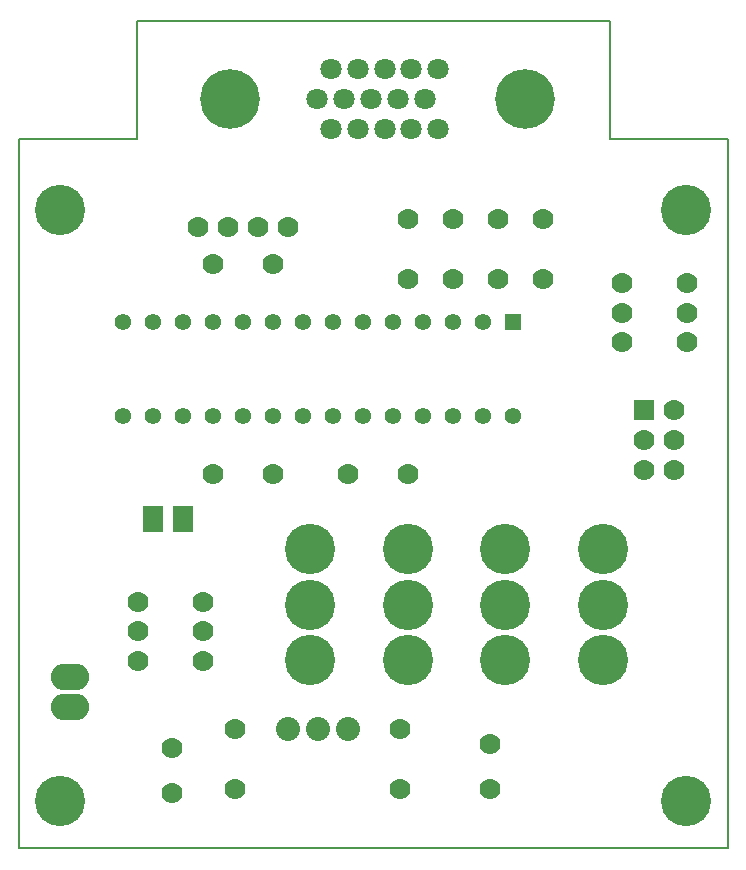
<source format=gbr>
G04 EasyPC Gerber Version 21.0.3 Build 4286 *
G04 #@! TF.Part,Single*
G04 #@! TF.FileFunction,Soldermask,Top *
G04 #@! TF.FilePolarity,Negative *
%FSLAX35Y35*%
%MOIN*%
G04 #@! TA.AperFunction,ComponentPad*
%ADD103R,0.07000X0.09000*%
%ADD101R,0.05461X0.05461*%
%ADD112R,0.07000X0.07000*%
G04 #@! TD.AperFunction*
%ADD24C,0.00800*%
G04 #@! TA.AperFunction,ComponentPad*
%ADD102C,0.05461*%
%ADD29C,0.07000*%
%ADD99C,0.07102*%
%ADD105C,0.08000*%
G04 #@! TA.AperFunction,WasherPad*
%ADD98C,0.16748*%
G04 #@! TA.AperFunction,ComponentPad*
%ADD100C,0.19898*%
%ADD104O,0.12811X0.08874*%
X0Y0D02*
D02*
D24*
X400Y400D02*
X236620D01*
Y236620*
X197250*
Y275991*
X39770*
Y236620*
X400*
Y400*
D02*
D29*
X40006Y62821D03*
Y72664D03*
Y82506D03*
X51256Y18756D03*
Y33756D03*
X60006Y207506D03*
X61660Y62821D03*
Y72664D03*
Y82506D03*
X65006Y125006D03*
Y195006D03*
X70006Y207506D03*
X72506Y20006D03*
Y40006D03*
X80006Y207506D03*
X85006Y125006D03*
Y195006D03*
X90006Y207506D03*
X110006Y125006D03*
X127506Y20006D03*
Y40006D03*
X130006Y125006D03*
Y190006D03*
Y210006D03*
X145006Y190006D03*
Y210006D03*
X157506Y20006D03*
Y35006D03*
X160006Y190006D03*
Y210006D03*
X175006Y190006D03*
Y210006D03*
X201256Y169071D03*
Y178914D03*
Y188756D03*
X208756Y126256D03*
Y136256D03*
X218756Y126256D03*
Y136256D03*
Y146256D03*
X222910Y169071D03*
Y178914D03*
Y188756D03*
D02*
D98*
X14180Y16148D03*
Y212998D03*
X97506Y62998D03*
Y81502D03*
Y100006D03*
X130006Y62998D03*
Y81502D03*
Y100006D03*
X162506Y62998D03*
Y81502D03*
Y100006D03*
X195006Y62998D03*
Y81502D03*
Y100006D03*
X222841Y16148D03*
Y212998D03*
D02*
D99*
X99809Y250006D03*
X104298Y240006D03*
Y260006D03*
X108786Y250006D03*
X113274Y240006D03*
Y260006D03*
X117762Y250006D03*
X122250Y240006D03*
Y260006D03*
X126739Y250006D03*
X131227Y240006D03*
Y260006D03*
X135715Y250006D03*
X140203Y240006D03*
Y260006D03*
D02*
D100*
X70794Y250006D03*
X169219D03*
D02*
D101*
X165006Y175632D03*
D02*
D102*
X35006Y144380D03*
Y175632D03*
X45006Y144380D03*
Y175632D03*
X55006Y144380D03*
Y175632D03*
X65006Y144380D03*
Y175632D03*
X75006Y144380D03*
Y175632D03*
X85006Y144380D03*
Y175632D03*
X95006Y144380D03*
Y175632D03*
X105006Y144380D03*
Y175632D03*
X115006Y144380D03*
Y175632D03*
X125006Y144380D03*
Y175632D03*
X135006Y144380D03*
Y175632D03*
X145006Y144380D03*
Y175632D03*
X155006Y144380D03*
Y175632D03*
X165006Y144380D03*
D02*
D103*
X45006Y110006D03*
X55006D03*
D02*
D104*
X17506Y47506D03*
Y57506D03*
D02*
D105*
X90006Y40006D03*
X100006D03*
X110006D03*
D02*
D112*
X208756Y146256D03*
X0Y0D02*
M02*

</source>
